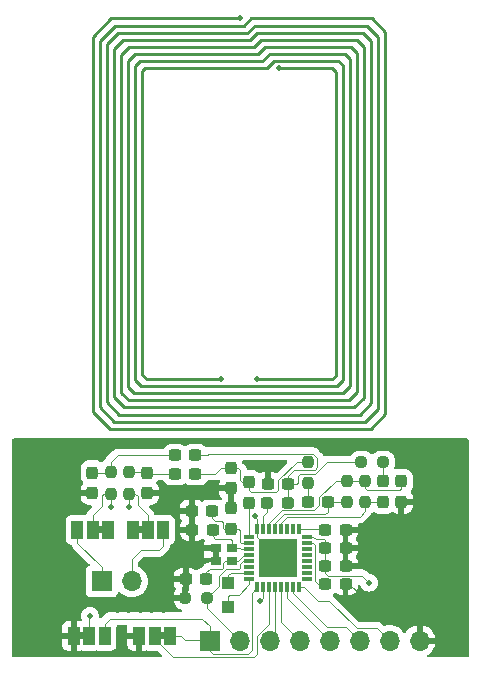
<source format=gtl>
G04 #@! TF.GenerationSoftware,KiCad,Pcbnew,7.0.9*
G04 #@! TF.CreationDate,2024-04-20T19:13:06+02:00*
G04 #@! TF.ProjectId,NFC_Programmer,4e46435f-5072-46f6-9772-616d6d65722e,3.0*
G04 #@! TF.SameCoordinates,Original*
G04 #@! TF.FileFunction,Copper,L1,Top*
G04 #@! TF.FilePolarity,Positive*
%FSLAX46Y46*%
G04 Gerber Fmt 4.6, Leading zero omitted, Abs format (unit mm)*
G04 Created by KiCad (PCBNEW 7.0.9) date 2024-04-20 19:13:06*
%MOMM*%
%LPD*%
G01*
G04 APERTURE LIST*
G04 Aperture macros list*
%AMRoundRect*
0 Rectangle with rounded corners*
0 $1 Rounding radius*
0 $2 $3 $4 $5 $6 $7 $8 $9 X,Y pos of 4 corners*
0 Add a 4 corners polygon primitive as box body*
4,1,4,$2,$3,$4,$5,$6,$7,$8,$9,$2,$3,0*
0 Add four circle primitives for the rounded corners*
1,1,$1+$1,$2,$3*
1,1,$1+$1,$4,$5*
1,1,$1+$1,$6,$7*
1,1,$1+$1,$8,$9*
0 Add four rect primitives between the rounded corners*
20,1,$1+$1,$2,$3,$4,$5,0*
20,1,$1+$1,$4,$5,$6,$7,0*
20,1,$1+$1,$6,$7,$8,$9,0*
20,1,$1+$1,$8,$9,$2,$3,0*%
G04 Aperture macros list end*
G04 #@! TA.AperFunction,SMDPad,CuDef*
%ADD10RoundRect,0.237500X-0.237500X0.250000X-0.237500X-0.250000X0.237500X-0.250000X0.237500X0.250000X0*%
G04 #@! TD*
G04 #@! TA.AperFunction,SMDPad,CuDef*
%ADD11RoundRect,0.237500X0.300000X0.237500X-0.300000X0.237500X-0.300000X-0.237500X0.300000X-0.237500X0*%
G04 #@! TD*
G04 #@! TA.AperFunction,SMDPad,CuDef*
%ADD12RoundRect,0.237500X0.237500X-0.250000X0.237500X0.250000X-0.237500X0.250000X-0.237500X-0.250000X0*%
G04 #@! TD*
G04 #@! TA.AperFunction,SMDPad,CuDef*
%ADD13R,1.000000X1.500000*%
G04 #@! TD*
G04 #@! TA.AperFunction,ComponentPad*
%ADD14R,1.700000X1.700000*%
G04 #@! TD*
G04 #@! TA.AperFunction,ComponentPad*
%ADD15O,1.700000X1.700000*%
G04 #@! TD*
G04 #@! TA.AperFunction,SMDPad,CuDef*
%ADD16R,1.000000X1.000000*%
G04 #@! TD*
G04 #@! TA.AperFunction,SMDPad,CuDef*
%ADD17RoundRect,0.237500X0.237500X-0.287500X0.237500X0.287500X-0.237500X0.287500X-0.237500X-0.287500X0*%
G04 #@! TD*
G04 #@! TA.AperFunction,SMDPad,CuDef*
%ADD18R,0.900000X0.800000*%
G04 #@! TD*
G04 #@! TA.AperFunction,SMDPad,CuDef*
%ADD19RoundRect,0.237500X0.237500X-0.300000X0.237500X0.300000X-0.237500X0.300000X-0.237500X-0.300000X0*%
G04 #@! TD*
G04 #@! TA.AperFunction,SMDPad,CuDef*
%ADD20RoundRect,0.237500X-0.237500X0.300000X-0.237500X-0.300000X0.237500X-0.300000X0.237500X0.300000X0*%
G04 #@! TD*
G04 #@! TA.AperFunction,SMDPad,CuDef*
%ADD21R,0.850000X0.300000*%
G04 #@! TD*
G04 #@! TA.AperFunction,SMDPad,CuDef*
%ADD22R,0.300000X0.850000*%
G04 #@! TD*
G04 #@! TA.AperFunction,SMDPad,CuDef*
%ADD23R,3.250000X3.250000*%
G04 #@! TD*
G04 #@! TA.AperFunction,SMDPad,CuDef*
%ADD24RoundRect,0.237500X-0.300000X-0.237500X0.300000X-0.237500X0.300000X0.237500X-0.300000X0.237500X0*%
G04 #@! TD*
G04 #@! TA.AperFunction,SMDPad,CuDef*
%ADD25RoundRect,0.237500X-0.250000X-0.237500X0.250000X-0.237500X0.250000X0.237500X-0.250000X0.237500X0*%
G04 #@! TD*
G04 #@! TA.AperFunction,SMDPad,CuDef*
%ADD26RoundRect,0.237500X-0.287500X-0.237500X0.287500X-0.237500X0.287500X0.237500X-0.287500X0.237500X0*%
G04 #@! TD*
G04 #@! TA.AperFunction,SMDPad,CuDef*
%ADD27RoundRect,0.237500X0.250000X0.237500X-0.250000X0.237500X-0.250000X-0.237500X0.250000X-0.237500X0*%
G04 #@! TD*
G04 #@! TA.AperFunction,ViaPad*
%ADD28C,0.360000*%
G04 #@! TD*
G04 #@! TA.AperFunction,ViaPad*
%ADD29C,0.500000*%
G04 #@! TD*
G04 #@! TA.AperFunction,Conductor*
%ADD30C,0.100000*%
G04 #@! TD*
G04 #@! TA.AperFunction,Conductor*
%ADD31C,0.250000*%
G04 #@! TD*
G04 APERTURE END LIST*
G04 #@! TA.AperFunction,EtchedComponent*
G36*
X132035000Y-99000000D02*
G01*
X131535000Y-99000000D01*
X131535000Y-98400000D01*
X132035000Y-98400000D01*
X132035000Y-99000000D01*
G37*
G04 #@! TD.AperFunction*
G04 #@! TA.AperFunction,EtchedComponent*
G36*
X128675000Y-98990000D02*
G01*
X128175000Y-98990000D01*
X128175000Y-98390000D01*
X128675000Y-98390000D01*
X128675000Y-98990000D01*
G37*
G04 #@! TD.AperFunction*
G04 #@! TA.AperFunction,EtchedComponent*
G36*
X133910000Y-107970000D02*
G01*
X133410000Y-107970000D01*
X133410000Y-107370000D01*
X133910000Y-107370000D01*
X133910000Y-107970000D01*
G37*
G04 #@! TD.AperFunction*
G04 #@! TA.AperFunction,EtchedComponent*
G36*
X127070000Y-107970000D02*
G01*
X126570000Y-107970000D01*
X126570000Y-107370000D01*
X127070000Y-107370000D01*
X127070000Y-107970000D01*
G37*
G04 #@! TD.AperFunction*
D10*
X150813750Y-94545000D03*
X150813750Y-96370000D03*
D11*
X147696750Y-96380000D03*
X145971750Y-96380000D03*
D12*
X145994250Y-94742500D03*
X145994250Y-92917500D03*
D13*
X131135000Y-98700000D03*
X132435000Y-98700000D03*
X133735000Y-98700000D03*
D11*
X137886750Y-97110000D03*
X136161750Y-97110000D03*
D14*
X128530000Y-103060000D03*
D15*
X131070000Y-103060000D03*
D16*
X139250000Y-105250000D03*
D17*
X140994250Y-96385000D03*
X140994250Y-94635000D03*
D11*
X136462500Y-93970000D03*
X134737500Y-93970000D03*
D18*
X139571750Y-100230000D03*
X138171750Y-100230000D03*
X138171750Y-101330000D03*
X139571750Y-101330000D03*
D19*
X139504250Y-98602500D03*
X139504250Y-96877500D03*
D20*
X139464250Y-93467500D03*
X139464250Y-95192500D03*
D21*
X145914250Y-102820000D03*
X145914250Y-102320000D03*
X145914250Y-101820000D03*
X145914250Y-101320000D03*
X145914250Y-100820000D03*
X145914250Y-100320000D03*
X145914250Y-99820000D03*
X145914250Y-99320000D03*
D22*
X145214250Y-98620000D03*
X144714250Y-98620000D03*
X144214250Y-98620000D03*
X143714250Y-98620000D03*
X143214250Y-98620000D03*
X142714250Y-98620000D03*
X142214250Y-98620000D03*
X141714250Y-98620000D03*
D21*
X141014250Y-99320000D03*
X141014250Y-99820000D03*
X141014250Y-100320000D03*
X141014250Y-100820000D03*
X141014250Y-101320000D03*
X141014250Y-101820000D03*
X141014250Y-102320000D03*
X141014250Y-102820000D03*
D22*
X141714250Y-103520000D03*
X142214250Y-103520000D03*
X142714250Y-103520000D03*
X143214250Y-103520000D03*
X143714250Y-103520000D03*
X144214250Y-103520000D03*
X144714250Y-103520000D03*
X145214250Y-103520000D03*
D23*
X143464250Y-101070000D03*
D14*
X137660000Y-108090000D03*
D15*
X140200000Y-108090000D03*
X142740000Y-108090000D03*
X145280000Y-108090000D03*
X147820000Y-108090000D03*
X150360000Y-108090000D03*
X152900000Y-108090000D03*
X155440000Y-108090000D03*
D10*
X130835000Y-93800000D03*
X130835000Y-95625000D03*
D19*
X152344250Y-96320000D03*
X152344250Y-94595000D03*
D11*
X136462500Y-92400000D03*
X134737500Y-92400000D03*
D24*
X147445000Y-98700000D03*
X149170000Y-98700000D03*
X147445000Y-100220000D03*
X149170000Y-100220000D03*
D12*
X149283250Y-96370000D03*
X149283250Y-94545000D03*
D20*
X153904250Y-94587500D03*
X153904250Y-96312500D03*
D24*
X147445000Y-101740000D03*
X149170000Y-101740000D03*
D16*
X139240000Y-103170000D03*
D10*
X129285000Y-93800000D03*
X129285000Y-95625000D03*
D25*
X150522500Y-92990000D03*
X152347500Y-92990000D03*
D20*
X132385000Y-93850000D03*
X132385000Y-95575000D03*
D19*
X127725000Y-95575000D03*
X127725000Y-93850000D03*
D11*
X137372500Y-102890000D03*
X135647500Y-102890000D03*
D26*
X142544250Y-96400000D03*
X144294250Y-96400000D03*
D27*
X137442500Y-104450000D03*
X135617500Y-104450000D03*
D13*
X129075000Y-98690000D03*
X127775000Y-98690000D03*
X126475000Y-98690000D03*
X134310000Y-107670000D03*
X133010000Y-107670000D03*
X131710000Y-107670000D03*
X126170000Y-107670000D03*
X127470000Y-107670000D03*
X128770000Y-107670000D03*
D24*
X142609250Y-94790000D03*
X144334250Y-94790000D03*
D11*
X137926750Y-98680000D03*
X136201750Y-98680000D03*
D24*
X147445000Y-103260000D03*
X149170000Y-103260000D03*
D28*
X159130000Y-95860000D03*
X129280000Y-104760237D03*
X157940000Y-91280000D03*
X131870000Y-105550000D03*
X124300000Y-91250000D03*
X125190000Y-98820000D03*
X127340000Y-91240000D03*
X131640000Y-109190000D03*
X157250000Y-91280000D03*
X129940000Y-105570000D03*
X135120000Y-99770000D03*
X121160000Y-98970000D03*
D29*
X134251582Y-95601582D03*
D28*
X126460000Y-94700000D03*
X144350000Y-91290000D03*
X159080000Y-104020000D03*
X155130000Y-94450000D03*
X129220000Y-91250000D03*
X125190000Y-98210000D03*
X134590000Y-100240000D03*
X148440000Y-92230000D03*
X123510000Y-109180000D03*
X150480000Y-99510000D03*
X154370000Y-97580000D03*
X132780000Y-101850237D03*
X123600000Y-91240000D03*
X133980000Y-97190000D03*
X159130000Y-96470000D03*
X121160000Y-92260000D03*
X152660000Y-97670000D03*
X134420000Y-102300000D03*
X154960000Y-93780000D03*
X121690000Y-109190000D03*
X121170000Y-91560000D03*
X141860000Y-91280000D03*
X121120000Y-108950000D03*
X148700000Y-91290000D03*
X158550000Y-91280000D03*
X125740000Y-97180000D03*
X124120000Y-109180000D03*
X121130000Y-106460000D03*
X137450000Y-95930000D03*
X159120000Y-92860000D03*
X127720000Y-104720000D03*
X143780000Y-91290000D03*
X124860000Y-108380000D03*
X148000000Y-91280000D03*
X121160000Y-92870000D03*
X151917606Y-102411550D03*
X122260000Y-109190000D03*
X152920000Y-91280000D03*
X147701096Y-92221952D03*
X149280000Y-92220000D03*
X159090000Y-99740000D03*
X139410000Y-91290000D03*
X128520000Y-109190000D03*
X159090000Y-101530000D03*
X132820000Y-105550000D03*
X133790000Y-101240000D03*
X151890000Y-97650000D03*
X159130000Y-95290000D03*
X130870000Y-105570000D03*
X134260000Y-103310000D03*
X128410000Y-104770000D03*
X127520000Y-92500000D03*
X159120000Y-98960000D03*
X126610000Y-96460000D03*
X158390000Y-109150000D03*
X121130000Y-104670000D03*
X132790000Y-103480237D03*
X152310000Y-91280000D03*
X126670000Y-92870000D03*
X126440000Y-93840000D03*
X140680000Y-91280000D03*
X156070000Y-91280000D03*
X136910000Y-99940000D03*
X150460000Y-100300000D03*
X140020000Y-91290000D03*
X153450000Y-97640000D03*
X134950000Y-98240000D03*
X151364342Y-91970000D03*
X135077887Y-95174346D03*
X155410000Y-91290000D03*
X159080000Y-107150000D03*
X159090000Y-105270000D03*
X126610000Y-109190000D03*
X136980000Y-95110000D03*
X128330000Y-92550000D03*
X150470000Y-98680000D03*
X134310000Y-104440000D03*
X121160000Y-94050000D03*
X121810000Y-91240000D03*
D29*
X142620000Y-93280000D03*
D28*
X131010000Y-91250000D03*
X149880000Y-91290000D03*
X125480000Y-91250000D03*
X126970000Y-102420237D03*
X127910000Y-91240000D03*
X151460000Y-104220000D03*
X124910000Y-107590000D03*
X132870000Y-104310237D03*
X129480000Y-109180000D03*
X150530000Y-100960000D03*
X134950000Y-96480000D03*
X136540000Y-95870000D03*
X153540000Y-92730000D03*
X130600000Y-109190000D03*
X121130000Y-105850000D03*
X155130000Y-95290000D03*
X131040000Y-104810237D03*
X125760000Y-106200000D03*
X159080000Y-107760000D03*
X124910000Y-106980000D03*
X126820000Y-103920000D03*
X124910000Y-106410000D03*
X133540000Y-91240000D03*
X159090000Y-104660000D03*
X152060000Y-103740000D03*
X128800000Y-105570000D03*
X125640000Y-109210000D03*
X121120000Y-107160000D03*
X122870000Y-109190000D03*
X121120000Y-108340000D03*
X127540000Y-109190000D03*
X135620000Y-95890000D03*
X134630000Y-105320000D03*
X132850000Y-91240000D03*
X159130000Y-94680000D03*
X121130000Y-100360000D03*
X152220000Y-103020000D03*
X121120000Y-102240000D03*
D29*
X137050000Y-101330000D03*
D28*
X121160000Y-93440000D03*
X151740000Y-91280000D03*
X125190000Y-99360000D03*
X121130000Y-101540000D03*
X159120000Y-93430000D03*
X159090000Y-100920000D03*
X126670000Y-97160000D03*
X128970000Y-92080000D03*
D29*
X150700000Y-104480000D03*
D28*
X159080000Y-108330000D03*
X122420000Y-91240000D03*
X159120000Y-97780000D03*
X126540000Y-105870000D03*
X121160000Y-98360000D03*
X133530000Y-96280000D03*
X159090000Y-106450000D03*
X121130000Y-105280000D03*
X121120000Y-104030000D03*
X146820000Y-91280000D03*
X130070000Y-104810237D03*
X159130000Y-91550000D03*
X132280000Y-91240000D03*
X136340000Y-101680000D03*
X130400000Y-91250000D03*
X128520000Y-91240000D03*
X125670000Y-100350000D03*
X159080000Y-108940000D03*
X159120000Y-97170000D03*
X133210000Y-96990000D03*
X142470000Y-91280000D03*
X154800000Y-91290000D03*
X147200000Y-91900000D03*
X122990000Y-91240000D03*
X125190000Y-99930000D03*
X145600000Y-91280000D03*
X151070000Y-98110000D03*
X149310000Y-91290000D03*
X121130000Y-99750000D03*
X124910000Y-91250000D03*
X152170000Y-91820000D03*
X157820000Y-109150000D03*
X154230000Y-91290000D03*
X151130000Y-91280000D03*
X134150000Y-91240000D03*
X159090000Y-105840000D03*
X129830000Y-91250000D03*
X146210000Y-91280000D03*
X137000000Y-100650000D03*
X134960000Y-99050000D03*
X159090000Y-100350000D03*
X131670000Y-91240000D03*
X126910000Y-101760000D03*
X136100000Y-95140000D03*
X132080000Y-104790237D03*
X126840000Y-103180000D03*
X126090000Y-91250000D03*
X159120000Y-98350000D03*
X147390000Y-91280000D03*
X121170000Y-95300000D03*
X126130000Y-100790000D03*
X134890000Y-97330000D03*
X136100000Y-99920000D03*
X121160000Y-97180000D03*
X126610000Y-101210000D03*
X121120000Y-107770000D03*
X121170000Y-95870000D03*
X149880000Y-91890000D03*
X144960000Y-91290000D03*
X121120000Y-102850000D03*
X151124464Y-102010199D03*
X159080000Y-102230000D03*
X121120000Y-103420000D03*
X143170000Y-91290000D03*
X124930000Y-109000000D03*
X159120000Y-94040000D03*
X134250000Y-100770000D03*
X121130000Y-100930000D03*
X153420000Y-92190000D03*
X155210000Y-96260000D03*
D29*
X137990000Y-95230000D03*
D28*
X121170000Y-96480000D03*
X150570000Y-101750000D03*
X156680000Y-91280000D03*
X125190000Y-97640000D03*
X135110000Y-101700000D03*
X126700000Y-105300000D03*
X159080000Y-102840000D03*
X154390000Y-93370000D03*
X153620000Y-91290000D03*
X159120000Y-92250000D03*
X150680000Y-105400000D03*
D29*
X125870000Y-95560000D03*
D28*
X121160000Y-97790000D03*
X121170000Y-94690000D03*
D29*
X141500000Y-97570000D03*
D28*
X127050000Y-104670000D03*
X155050000Y-97220000D03*
X128250000Y-105320000D03*
X159080000Y-103410000D03*
X141290000Y-91280000D03*
X153610000Y-93260000D03*
X133840000Y-105540000D03*
X133130000Y-101260000D03*
X152870000Y-91870000D03*
X150690000Y-91810000D03*
X150490000Y-91290000D03*
X132760000Y-102520237D03*
X126730000Y-91240000D03*
D29*
X151160000Y-103180000D03*
X127550000Y-105990000D03*
X141910000Y-104760000D03*
X143530000Y-59600000D03*
X140200000Y-55400000D03*
X130850000Y-96740000D03*
X141680000Y-85910000D03*
X138620000Y-85930000D03*
X129280000Y-96770000D03*
D30*
X146610000Y-99990750D02*
X146610000Y-103040000D01*
X146439250Y-99820000D02*
X146610000Y-99990750D01*
X146830000Y-103260000D02*
X147445000Y-103260000D01*
X146610000Y-103040000D02*
X146830000Y-103260000D01*
X145914250Y-99820000D02*
X146439250Y-99820000D01*
X134225000Y-95575000D02*
X134251582Y-95601582D01*
X142609250Y-94790000D02*
X142609250Y-93290750D01*
X138027500Y-95192500D02*
X137990000Y-95230000D01*
X125885000Y-95575000D02*
X125870000Y-95560000D01*
X139464250Y-95192500D02*
X138027500Y-95192500D01*
X134320000Y-104450000D02*
X134310000Y-104440000D01*
X135617500Y-104450000D02*
X134320000Y-104450000D01*
X142609250Y-93290750D02*
X142620000Y-93280000D01*
X143464250Y-101070000D02*
X141714250Y-99320000D01*
X149480000Y-103260000D02*
X150700000Y-104480000D01*
X149170000Y-103260000D02*
X149480000Y-103260000D01*
X141714250Y-97784250D02*
X141500000Y-97570000D01*
X132385000Y-95575000D02*
X134225000Y-95575000D01*
X127725000Y-95575000D02*
X125885000Y-95575000D01*
X141714250Y-98620000D02*
X141714250Y-97784250D01*
X141714250Y-99320000D02*
X141714250Y-98620000D01*
X137000000Y-101280000D02*
X137050000Y-101330000D01*
X138171750Y-101330000D02*
X137050000Y-101330000D01*
X147365000Y-98620000D02*
X147445000Y-98700000D01*
X145214250Y-98620000D02*
X147365000Y-98620000D01*
X139504250Y-98602500D02*
X140056750Y-98602500D01*
X138824250Y-98510000D02*
X138916750Y-98602500D01*
X137886750Y-97732500D02*
X138134250Y-97980000D01*
X140204250Y-98750000D02*
X140204250Y-99700000D01*
X137886750Y-97110000D02*
X137886750Y-97732500D01*
X138134250Y-97980000D02*
X138684250Y-97980000D01*
X138684250Y-97980000D02*
X138824250Y-98120000D01*
X140324250Y-99820000D02*
X141014250Y-99820000D01*
X140204250Y-99700000D02*
X140324250Y-99820000D01*
X138916750Y-98602500D02*
X139504250Y-98602500D01*
X140056750Y-98602500D02*
X140204250Y-98750000D01*
X138824250Y-98120000D02*
X138824250Y-98510000D01*
X140064250Y-101330000D02*
X139571750Y-101330000D01*
X138960000Y-101330000D02*
X139571750Y-101330000D01*
X141014250Y-100820000D02*
X140574250Y-100820000D01*
X138695750Y-102010000D02*
X138798750Y-101907000D01*
X138798750Y-101491250D02*
X138960000Y-101330000D01*
X137372500Y-102890000D02*
X137372500Y-102307500D01*
X140574250Y-100820000D02*
X140064250Y-101330000D01*
X137670000Y-102010000D02*
X138695750Y-102010000D01*
X138798750Y-101907000D02*
X138798750Y-101491250D01*
X137372500Y-102307500D02*
X137670000Y-102010000D01*
X143714250Y-98095000D02*
X144212250Y-97597000D01*
X150813750Y-97140500D02*
X150813750Y-96370000D01*
X150813750Y-96370000D02*
X152294250Y-96370000D01*
X144212250Y-97597000D02*
X150357250Y-97597000D01*
X150357250Y-97597000D02*
X150813750Y-97140500D01*
X143714250Y-98620000D02*
X143714250Y-98095000D01*
X152294250Y-96370000D02*
X152344250Y-96320000D01*
X152347500Y-94591750D02*
X152344250Y-94595000D01*
X152347500Y-92990000D02*
X152347500Y-94591750D01*
X145050000Y-94790000D02*
X144334250Y-94790000D01*
X136462500Y-92400000D02*
X137430000Y-92400000D01*
X144294250Y-94830000D02*
X144334250Y-94790000D01*
X145170000Y-94670000D02*
X145050000Y-94790000D01*
X146410022Y-92253000D02*
X146750000Y-92592978D01*
X145350000Y-94000000D02*
X145170000Y-94180000D01*
X146570000Y-94000000D02*
X145350000Y-94000000D01*
X150522500Y-92990000D02*
X147580000Y-92990000D01*
X144334250Y-94135750D02*
X144334250Y-94790000D01*
X145170000Y-94180000D02*
X145170000Y-94670000D01*
X137577000Y-92253000D02*
X146410022Y-92253000D01*
X146750000Y-93420000D02*
X146550000Y-93620000D01*
X137430000Y-92400000D02*
X137577000Y-92253000D01*
X144294250Y-96400000D02*
X144294250Y-94830000D01*
X146750000Y-92592978D02*
X146750000Y-93420000D01*
X147580000Y-92990000D02*
X146570000Y-94000000D01*
X144850000Y-93620000D02*
X144334250Y-94135750D01*
X146550000Y-93620000D02*
X144850000Y-93620000D01*
X140994250Y-95284250D02*
X140994250Y-94635000D01*
X145076478Y-92917500D02*
X143480000Y-94513978D01*
X140067500Y-93467500D02*
X140270000Y-93670000D01*
X143480000Y-94513978D02*
X143480000Y-95290000D01*
X143280000Y-95490000D02*
X141200000Y-95490000D01*
X139464250Y-93467500D02*
X140067500Y-93467500D01*
X140445000Y-94635000D02*
X140994250Y-94635000D01*
X145994250Y-92917500D02*
X145076478Y-92917500D01*
X143480000Y-95290000D02*
X143280000Y-95490000D01*
X136462500Y-93970000D02*
X138120000Y-93970000D01*
X140270000Y-94460000D02*
X140445000Y-94635000D01*
X140270000Y-93670000D02*
X140270000Y-94460000D01*
X141200000Y-95490000D02*
X140994250Y-95284250D01*
X138120000Y-93970000D02*
X138622500Y-93467500D01*
X138622500Y-93467500D02*
X139464250Y-93467500D01*
X130835000Y-93800000D02*
X132335000Y-93800000D01*
X132505000Y-93970000D02*
X132385000Y-93850000D01*
X134737500Y-93970000D02*
X132505000Y-93970000D01*
X132335000Y-93800000D02*
X132385000Y-93850000D01*
X127725000Y-93850000D02*
X129235000Y-93850000D01*
X129235000Y-93850000D02*
X129285000Y-93800000D01*
X129870000Y-92400000D02*
X129285000Y-92985000D01*
X129285000Y-92985000D02*
X129285000Y-93800000D01*
X134737500Y-92400000D02*
X129870000Y-92400000D01*
X153904250Y-95145750D02*
X153740500Y-95309500D01*
X143757250Y-97052000D02*
X146532250Y-97052000D01*
X150979500Y-95309500D02*
X150813750Y-95143750D01*
X150813750Y-95143750D02*
X150813750Y-94545000D01*
X146532250Y-97052000D02*
X146954250Y-96630000D01*
X153740500Y-95309500D02*
X150979500Y-95309500D01*
X142714250Y-98095000D02*
X143757250Y-97052000D01*
X149283250Y-94545000D02*
X150813750Y-94545000D01*
X148369250Y-94545000D02*
X149283250Y-94545000D01*
X146954250Y-96630000D02*
X146954250Y-95960000D01*
X153904250Y-94587500D02*
X153904250Y-95145750D01*
X146954250Y-95960000D02*
X148369250Y-94545000D01*
X142714250Y-98620000D02*
X142714250Y-98095000D01*
X143939250Y-97370000D02*
X147474250Y-97370000D01*
X143214250Y-98620000D02*
X143214250Y-98095000D01*
X149273250Y-96380000D02*
X149283250Y-96370000D01*
X143214250Y-98095000D02*
X143939250Y-97370000D01*
X147474250Y-97370000D02*
X147696750Y-97147500D01*
X147696750Y-97147500D02*
X147696750Y-96380000D01*
X147696750Y-96380000D02*
X149273250Y-96380000D01*
X145971750Y-94765000D02*
X145994250Y-94742500D01*
X145971750Y-96380000D02*
X145971750Y-94765000D01*
X140994250Y-99300000D02*
X141014250Y-99320000D01*
X140994250Y-96385000D02*
X140994250Y-99300000D01*
X142214250Y-98620000D02*
X142214250Y-97510000D01*
X142544250Y-97180000D02*
X142544250Y-96400000D01*
X142214250Y-97510000D02*
X142544250Y-97180000D01*
X139440000Y-102320000D02*
X139240000Y-102520000D01*
X139240000Y-102520000D02*
X139240000Y-103170000D01*
X141014250Y-102320000D02*
X139440000Y-102320000D01*
X144214250Y-104484250D02*
X147820000Y-108090000D01*
X144214250Y-103520000D02*
X144214250Y-104484250D01*
X145214250Y-103520000D02*
X145639763Y-103520000D01*
X147744965Y-104690237D02*
X150104965Y-107050237D01*
X145639763Y-103520000D02*
X146810000Y-104690237D01*
X146810000Y-104690237D02*
X147744965Y-104690237D01*
X150104965Y-107050237D02*
X151860237Y-107050237D01*
X151860237Y-107050237D02*
X152900000Y-108090000D01*
X144714250Y-103520000D02*
X144714250Y-104045000D01*
X149220237Y-106950237D02*
X150360000Y-108090000D01*
X147619487Y-106950237D02*
X149220237Y-106950237D01*
X144714250Y-104045000D02*
X147619487Y-106950237D01*
X140115750Y-101990000D02*
X140198750Y-101907000D01*
X138430000Y-102626000D02*
X139066000Y-101990000D01*
X138430000Y-103462500D02*
X138430000Y-102626000D01*
X137442500Y-105332500D02*
X140200000Y-108090000D01*
X140198750Y-101907000D02*
X140198750Y-101631250D01*
X137442500Y-104450000D02*
X137442500Y-105332500D01*
X137442500Y-104450000D02*
X138430000Y-103462500D01*
X139066000Y-101990000D02*
X140115750Y-101990000D01*
X140198750Y-101631250D02*
X140510000Y-101320000D01*
X140510000Y-101320000D02*
X141014250Y-101320000D01*
X137660000Y-106880237D02*
X137660000Y-108090000D01*
X145914250Y-99320000D02*
X146439250Y-99320000D01*
X137580237Y-108010237D02*
X137660000Y-108090000D01*
X147445000Y-101740000D02*
X147445000Y-102365000D01*
X136990000Y-106210237D02*
X137660000Y-106880237D01*
X128770000Y-107670000D02*
X128770000Y-106680237D01*
X147380000Y-99510000D02*
X147445000Y-99575000D01*
X137660000Y-108940237D02*
X137660000Y-108090000D01*
X135219763Y-107670000D02*
X135560000Y-108010237D01*
X141714250Y-103520000D02*
X141227000Y-104007250D01*
X141227000Y-108863237D02*
X140880000Y-109210237D01*
X151170000Y-103220000D02*
X151170000Y-103190000D01*
X140880000Y-109210237D02*
X137930000Y-109210237D01*
X147445000Y-99575000D02*
X147445000Y-100220000D01*
X135560000Y-108010237D02*
X137580237Y-108010237D01*
X129240000Y-106210237D02*
X136990000Y-106210237D01*
X137930000Y-109210237D02*
X137660000Y-108940237D01*
X147688000Y-102608000D02*
X150558000Y-102608000D01*
X147445000Y-102365000D02*
X147688000Y-102608000D01*
X146629250Y-99510000D02*
X147380000Y-99510000D01*
X128770000Y-106680237D02*
X129240000Y-106210237D01*
X150558000Y-102608000D02*
X151170000Y-103220000D01*
X134310000Y-107670000D02*
X135219763Y-107670000D01*
X141227000Y-104007250D02*
X141227000Y-108863237D01*
X147445000Y-100220000D02*
X147445000Y-101740000D01*
X146439250Y-99320000D02*
X146629250Y-99510000D01*
X143714250Y-103520000D02*
X143714250Y-106524250D01*
X143714250Y-106524250D02*
X145280000Y-108090000D01*
X142740000Y-108090000D02*
X143214250Y-107615750D01*
X143214250Y-107615750D02*
X143214250Y-103520000D01*
X140354250Y-100320000D02*
X141014249Y-100320000D01*
X137926750Y-98680000D02*
X137926750Y-99262500D01*
X138154250Y-99490000D02*
X139454250Y-99490000D01*
X139584250Y-99620000D02*
X139571750Y-99632500D01*
X137926750Y-99262500D02*
X138154250Y-99490000D01*
X139571750Y-99632500D02*
X139571750Y-100230000D01*
X140244250Y-100230000D02*
X140344250Y-100330000D01*
X139454250Y-99490000D02*
X139584250Y-99620000D01*
X139571750Y-100230000D02*
X140244250Y-100230000D01*
X140344250Y-100330000D02*
X140354250Y-100320000D01*
X127470000Y-106070000D02*
X127470000Y-107670000D01*
X142214250Y-103520000D02*
X142214250Y-104455750D01*
X142214250Y-104455750D02*
X141910000Y-104760000D01*
X127550000Y-105990000D02*
X127470000Y-106070000D01*
X133010000Y-107920000D02*
X134527236Y-109437236D01*
X141432764Y-109437236D02*
X141650000Y-109220000D01*
X133010000Y-107670000D02*
X133010000Y-107920000D01*
X134527236Y-109437236D02*
X141432764Y-109437236D01*
X141650000Y-109220000D02*
X141650000Y-107727602D01*
X142714250Y-106663352D02*
X142714250Y-103520000D01*
X141650000Y-107727602D02*
X142714250Y-106663352D01*
X133340000Y-100430000D02*
X131850000Y-100430000D01*
X131070000Y-101210000D02*
X131070000Y-103060000D01*
X131070000Y-103060000D02*
X130530000Y-103060000D01*
X133735000Y-100035000D02*
X133340000Y-100430000D01*
X133735000Y-98700000D02*
X133735000Y-100035000D01*
X131850000Y-100430000D02*
X131070000Y-101210000D01*
D31*
X141700000Y-85930000D02*
X141680000Y-85910000D01*
X148940000Y-86000000D02*
X148940000Y-59380000D01*
D30*
X132435000Y-97435000D02*
X132435000Y-98700000D01*
D31*
X128970000Y-87880000D02*
X130030000Y-88940000D01*
X142520000Y-59620000D02*
X132200000Y-59620000D01*
X132350000Y-85930000D02*
X138620000Y-85930000D01*
X143530000Y-59600000D02*
X148040000Y-59600000D01*
X150110000Y-57200000D02*
X142020000Y-57200000D01*
X140200000Y-55400000D02*
X129320000Y-55400000D01*
D30*
X129285000Y-95625000D02*
X129285000Y-96765000D01*
D31*
X131370000Y-86050000D02*
X131850000Y-86530000D01*
X128370000Y-57270000D02*
X128370000Y-88330000D01*
D30*
X130835000Y-95625000D02*
X130835000Y-96725000D01*
X128715000Y-95625000D02*
X128590000Y-95750000D01*
D31*
X150740000Y-87530000D02*
X150740000Y-57830000D01*
X142760000Y-58400000D02*
X142140000Y-59020000D01*
X142020000Y-57200000D02*
X141405000Y-57815000D01*
D30*
X130835000Y-95625000D02*
X131375000Y-95625000D01*
D31*
X148410000Y-86530000D02*
X148940000Y-86000000D01*
D30*
X131590000Y-96590000D02*
X132435000Y-97435000D01*
D31*
X151940000Y-88430000D02*
X151940000Y-56950000D01*
X131850000Y-86530000D02*
X148410000Y-86530000D01*
X141730000Y-58420000D02*
X131340000Y-58420000D01*
X150390000Y-88940000D02*
X151340000Y-87990000D01*
X130770000Y-58990000D02*
X130770000Y-86630000D01*
D30*
X129285000Y-96765000D02*
X129280000Y-96770000D01*
D31*
X148040000Y-59600000D02*
X148340000Y-59900000D01*
X151400000Y-55400000D02*
X141200000Y-55400000D01*
X129640000Y-56000000D02*
X128370000Y-57270000D01*
X141405000Y-57815000D02*
X130875000Y-57815000D01*
X151340000Y-57310000D02*
X150630000Y-56600000D01*
D30*
X131375000Y-95625000D02*
X131590000Y-95840000D01*
D31*
X148950000Y-87130000D02*
X149540000Y-86540000D01*
X129190000Y-90140000D02*
X151290000Y-90140000D01*
X143140000Y-59000000D02*
X142520000Y-59620000D01*
X131340000Y-58420000D02*
X130770000Y-58990000D01*
X128370000Y-88330000D02*
X129580000Y-89540000D01*
X141200000Y-55400000D02*
X140600000Y-56000000D01*
X149640000Y-57800000D02*
X142350000Y-57800000D01*
X131780000Y-59020000D02*
X131370000Y-59430000D01*
X131370000Y-59430000D02*
X131370000Y-86050000D01*
X129940000Y-56610000D02*
X128970000Y-57580000D01*
X129570000Y-58000000D02*
X129570000Y-87460000D01*
X150140000Y-87020000D02*
X150140000Y-58300000D01*
X130170000Y-87080000D02*
X130820000Y-87730000D01*
X148340000Y-85640000D02*
X148050000Y-85930000D01*
D30*
X128590000Y-95750000D02*
X128590000Y-96670000D01*
D31*
X150990000Y-56000000D02*
X141470000Y-56000000D01*
X131970000Y-59850000D02*
X131970000Y-85550000D01*
X151290000Y-90140000D02*
X152540000Y-88890000D01*
X142350000Y-57800000D02*
X141730000Y-58420000D01*
X148560000Y-59000000D02*
X143140000Y-59000000D01*
X150740000Y-57830000D02*
X150110000Y-57200000D01*
X130030000Y-88940000D02*
X150390000Y-88940000D01*
X148050000Y-85930000D02*
X141700000Y-85930000D01*
X140860000Y-56610000D02*
X129940000Y-56610000D01*
D30*
X129285000Y-95625000D02*
X128715000Y-95625000D01*
D31*
X152540000Y-56540000D02*
X151400000Y-55400000D01*
X129570000Y-87460000D02*
X130450000Y-88340000D01*
X140600000Y-56000000D02*
X129640000Y-56000000D01*
X150630000Y-56600000D02*
X141710000Y-56600000D01*
X141470000Y-56000000D02*
X140860000Y-56610000D01*
X130170000Y-58520000D02*
X130170000Y-87080000D01*
X141100000Y-57210000D02*
X130360000Y-57210000D01*
X131270000Y-87130000D02*
X148950000Y-87130000D01*
X127770000Y-88720000D02*
X129190000Y-90140000D01*
X149540000Y-58850000D02*
X149090000Y-58400000D01*
X128970000Y-57580000D02*
X128970000Y-87880000D01*
X142140000Y-59020000D02*
X131780000Y-59020000D01*
X149090000Y-58400000D02*
X142760000Y-58400000D01*
X130450000Y-88340000D02*
X149930000Y-88340000D01*
X131970000Y-85550000D02*
X132350000Y-85930000D01*
X149540000Y-86540000D02*
X149540000Y-58850000D01*
X149930000Y-88340000D02*
X150740000Y-87530000D01*
X152540000Y-88890000D02*
X152540000Y-56540000D01*
X130820000Y-87730000D02*
X149430000Y-87730000D01*
X130360000Y-57210000D02*
X129570000Y-58000000D01*
D30*
X128590000Y-96670000D02*
X127775000Y-97485000D01*
D31*
X129580000Y-89540000D02*
X150830000Y-89540000D01*
X130770000Y-86630000D02*
X131270000Y-87130000D01*
X132200000Y-59620000D02*
X131970000Y-59850000D01*
X150830000Y-89540000D02*
X151940000Y-88430000D01*
X148940000Y-59380000D02*
X148560000Y-59000000D01*
X130875000Y-57815000D02*
X130170000Y-58520000D01*
X148340000Y-59900000D02*
X148340000Y-85640000D01*
X149430000Y-87730000D02*
X150140000Y-87020000D01*
X151940000Y-56950000D02*
X150990000Y-56000000D01*
X129320000Y-55400000D02*
X127770000Y-56950000D01*
X150140000Y-58300000D02*
X149640000Y-57800000D01*
X127770000Y-56950000D02*
X127770000Y-88720000D01*
D30*
X131590000Y-95840000D02*
X131590000Y-96590000D01*
D31*
X141710000Y-56600000D02*
X141100000Y-57210000D01*
D30*
X127775000Y-97485000D02*
X127775000Y-98690000D01*
D31*
X151340000Y-87990000D02*
X151340000Y-57310000D01*
D30*
X130835000Y-96725000D02*
X130850000Y-96740000D01*
X126475000Y-99775000D02*
X128530000Y-101830000D01*
X128530000Y-101830000D02*
X128530000Y-103060000D01*
X126475000Y-98690000D02*
X126475000Y-99775000D01*
X140140000Y-104190000D02*
X139370000Y-104190000D01*
X139250000Y-104310000D02*
X139250000Y-105250000D01*
X141014250Y-102820000D02*
X141014250Y-103315750D01*
X141014250Y-103315750D02*
X140140000Y-104190000D01*
X139370000Y-104190000D02*
X139250000Y-104310000D01*
G04 #@! TA.AperFunction,Conductor*
G36*
X159527539Y-90979685D02*
G01*
X159573294Y-91032489D01*
X159584500Y-91084000D01*
X159584500Y-109370737D01*
X159564815Y-109437776D01*
X159512011Y-109483531D01*
X159460500Y-109494737D01*
X156180012Y-109494737D01*
X156112973Y-109475052D01*
X156067218Y-109422248D01*
X156057274Y-109353090D01*
X156086299Y-109289534D01*
X156113439Y-109267126D01*
X156113144Y-109266705D01*
X156311082Y-109128105D01*
X156478105Y-108961082D01*
X156613600Y-108767578D01*
X156713429Y-108553492D01*
X156713432Y-108553486D01*
X156770636Y-108340000D01*
X155873686Y-108340000D01*
X155899493Y-108299844D01*
X155940000Y-108161889D01*
X155940000Y-108018111D01*
X155899493Y-107880156D01*
X155873686Y-107840000D01*
X156770636Y-107840000D01*
X156770635Y-107839999D01*
X156713432Y-107626513D01*
X156713429Y-107626507D01*
X156613600Y-107412422D01*
X156613599Y-107412420D01*
X156478113Y-107218926D01*
X156478108Y-107218920D01*
X156311082Y-107051894D01*
X156117578Y-106916399D01*
X155903492Y-106816570D01*
X155903486Y-106816567D01*
X155690000Y-106759364D01*
X155690000Y-107654498D01*
X155582315Y-107605320D01*
X155475763Y-107590000D01*
X155404237Y-107590000D01*
X155297685Y-107605320D01*
X155190000Y-107654498D01*
X155190000Y-106759364D01*
X155189999Y-106759364D01*
X154976513Y-106816567D01*
X154976507Y-106816570D01*
X154762422Y-106916399D01*
X154762420Y-106916400D01*
X154568926Y-107051886D01*
X154568920Y-107051891D01*
X154401891Y-107218920D01*
X154401890Y-107218922D01*
X154271880Y-107404595D01*
X154217303Y-107448219D01*
X154147804Y-107455412D01*
X154085450Y-107423890D01*
X154068730Y-107404594D01*
X153938494Y-107218597D01*
X153771402Y-107051506D01*
X153771395Y-107051501D01*
X153577834Y-106915967D01*
X153577830Y-106915965D01*
X153363663Y-106816097D01*
X153363659Y-106816096D01*
X153363655Y-106816094D01*
X153135413Y-106754938D01*
X153135403Y-106754936D01*
X152900001Y-106734341D01*
X152899999Y-106734341D01*
X152664596Y-106754936D01*
X152664586Y-106754938D01*
X152480475Y-106804270D01*
X152410625Y-106802607D01*
X152360701Y-106772176D01*
X152256143Y-106667618D01*
X152252168Y-106663362D01*
X152210917Y-106619193D01*
X152173642Y-106596525D01*
X152173098Y-106596194D01*
X152167847Y-106592620D01*
X152132578Y-106565875D01*
X152132579Y-106565875D01*
X152115879Y-106559289D01*
X152096953Y-106549889D01*
X152081617Y-106540564D01*
X152038995Y-106528621D01*
X152032977Y-106526597D01*
X151991802Y-106510361D01*
X151991793Y-106510359D01*
X151973953Y-106508525D01*
X151953188Y-106504579D01*
X151935906Y-106499737D01*
X151935902Y-106499737D01*
X151891643Y-106499737D01*
X151885301Y-106499412D01*
X151857664Y-106496570D01*
X151841266Y-106494885D01*
X151841261Y-106494885D01*
X151823581Y-106497934D01*
X151802513Y-106499737D01*
X150384352Y-106499737D01*
X150317313Y-106480052D01*
X150296671Y-106463418D01*
X148140871Y-104307618D01*
X148139550Y-104306204D01*
X148133302Y-104299514D01*
X148101933Y-104237086D01*
X148109293Y-104167605D01*
X148153050Y-104113134D01*
X148158816Y-104109350D01*
X148205850Y-104080340D01*
X148220171Y-104066018D01*
X148281489Y-104032533D01*
X148351181Y-104037514D01*
X148395534Y-104066017D01*
X148409461Y-104079944D01*
X148409465Y-104079947D01*
X148556188Y-104170448D01*
X148556199Y-104170453D01*
X148719847Y-104224680D01*
X148820851Y-104234999D01*
X148920000Y-104234998D01*
X148920000Y-103282500D01*
X148939685Y-103215461D01*
X148992489Y-103169706D01*
X149044000Y-103158500D01*
X149296000Y-103158500D01*
X149363039Y-103178185D01*
X149408794Y-103230989D01*
X149420000Y-103282500D01*
X149420000Y-104234999D01*
X149519140Y-104234999D01*
X149519154Y-104234998D01*
X149620152Y-104224680D01*
X149783800Y-104170453D01*
X149783811Y-104170448D01*
X149930534Y-104079947D01*
X149930538Y-104079944D01*
X150052444Y-103958038D01*
X150052447Y-103958034D01*
X150142948Y-103811311D01*
X150142953Y-103811300D01*
X150197180Y-103647652D01*
X150207499Y-103546654D01*
X150207499Y-103460045D01*
X150227183Y-103393006D01*
X150279986Y-103347250D01*
X150349145Y-103337306D01*
X150412701Y-103366330D01*
X150448540Y-103419089D01*
X150479542Y-103507686D01*
X150479547Y-103507697D01*
X150569518Y-103650884D01*
X150569523Y-103650890D01*
X150689109Y-103770476D01*
X150689115Y-103770481D01*
X150832302Y-103860452D01*
X150832305Y-103860454D01*
X150832309Y-103860455D01*
X150832310Y-103860456D01*
X150904913Y-103885860D01*
X150991943Y-103916314D01*
X151159997Y-103935249D01*
X151160000Y-103935249D01*
X151160003Y-103935249D01*
X151328056Y-103916314D01*
X151378397Y-103898699D01*
X151487690Y-103860456D01*
X151487692Y-103860454D01*
X151487694Y-103860454D01*
X151487697Y-103860452D01*
X151630884Y-103770481D01*
X151630885Y-103770480D01*
X151630890Y-103770477D01*
X151750477Y-103650890D01*
X151752512Y-103647652D01*
X151840452Y-103507697D01*
X151840454Y-103507694D01*
X151840454Y-103507692D01*
X151840456Y-103507690D01*
X151896313Y-103348059D01*
X151896313Y-103348058D01*
X151896314Y-103348056D01*
X151915249Y-103180002D01*
X151915249Y-103179997D01*
X151896314Y-103011943D01*
X151840454Y-102852305D01*
X151840452Y-102852302D01*
X151750481Y-102709115D01*
X151750476Y-102709109D01*
X151630890Y-102589523D01*
X151630884Y-102589518D01*
X151487697Y-102499547D01*
X151487694Y-102499545D01*
X151328055Y-102443685D01*
X151195539Y-102428755D01*
X151131125Y-102401689D01*
X151121741Y-102393216D01*
X150953906Y-102225381D01*
X150922697Y-102191965D01*
X150908680Y-102176956D01*
X150896264Y-102169405D01*
X150870861Y-102153957D01*
X150865610Y-102150383D01*
X150830341Y-102123638D01*
X150830342Y-102123638D01*
X150813642Y-102117052D01*
X150794716Y-102107652D01*
X150779380Y-102098327D01*
X150736758Y-102086384D01*
X150730740Y-102084360D01*
X150689565Y-102068124D01*
X150689556Y-102068122D01*
X150671716Y-102066288D01*
X150650951Y-102062342D01*
X150633669Y-102057500D01*
X150633665Y-102057500D01*
X150589406Y-102057500D01*
X150583064Y-102057175D01*
X150555427Y-102054333D01*
X150539029Y-102052648D01*
X150539024Y-102052648D01*
X150521344Y-102055697D01*
X150500276Y-102057500D01*
X150326362Y-102057500D01*
X150259323Y-102037815D01*
X150238681Y-102021181D01*
X150207500Y-101990000D01*
X149420000Y-101990000D01*
X149388819Y-102021181D01*
X149327496Y-102054666D01*
X149301138Y-102057500D01*
X149044000Y-102057500D01*
X148976961Y-102037815D01*
X148931206Y-101985011D01*
X148920000Y-101933500D01*
X148920000Y-100470000D01*
X149420000Y-100470000D01*
X149420000Y-101490000D01*
X150207499Y-101490000D01*
X150207499Y-101453360D01*
X150207498Y-101453345D01*
X150197180Y-101352347D01*
X150142953Y-101188699D01*
X150142948Y-101188688D01*
X150054379Y-101045097D01*
X150035938Y-100977705D01*
X150054379Y-100914903D01*
X150142948Y-100771311D01*
X150142953Y-100771300D01*
X150197180Y-100607652D01*
X150207499Y-100506654D01*
X150207500Y-100506641D01*
X150207500Y-100470000D01*
X149420000Y-100470000D01*
X148920000Y-100470000D01*
X148920000Y-98950000D01*
X149420000Y-98950000D01*
X149420000Y-99970000D01*
X150207499Y-99970000D01*
X150207499Y-99933360D01*
X150207498Y-99933345D01*
X150197180Y-99832347D01*
X150142953Y-99668699D01*
X150142948Y-99668688D01*
X150054379Y-99525097D01*
X150035938Y-99457705D01*
X150054379Y-99394903D01*
X150142948Y-99251311D01*
X150142953Y-99251300D01*
X150197180Y-99087652D01*
X150207499Y-98986654D01*
X150207500Y-98986641D01*
X150207500Y-98950000D01*
X149420000Y-98950000D01*
X148920000Y-98950000D01*
X148920000Y-98574000D01*
X148939685Y-98506961D01*
X148992489Y-98461206D01*
X149044000Y-98450000D01*
X150207499Y-98450000D01*
X150207499Y-98413360D01*
X150207498Y-98413345D01*
X150197180Y-98312346D01*
X150196570Y-98310503D01*
X150196528Y-98309297D01*
X150195764Y-98305726D01*
X150196401Y-98305589D01*
X150194169Y-98240675D01*
X150229901Y-98180633D01*
X150292421Y-98149441D01*
X150314276Y-98147500D01*
X150347853Y-98147500D01*
X150414076Y-98149762D01*
X150457082Y-98139280D01*
X150463301Y-98138098D01*
X150507170Y-98132070D01*
X150523633Y-98124918D01*
X150543666Y-98118181D01*
X150561102Y-98113933D01*
X150599715Y-98092221D01*
X150605340Y-98089427D01*
X150645970Y-98071780D01*
X150659882Y-98060460D01*
X150677373Y-98048557D01*
X150693005Y-98039768D01*
X150693003Y-98039768D01*
X150693009Y-98039766D01*
X150724309Y-98008464D01*
X150729019Y-98004213D01*
X150763358Y-97976278D01*
X150773706Y-97961616D01*
X150787324Y-97945449D01*
X151196353Y-97536420D01*
X151244794Y-97491180D01*
X151265738Y-97456738D01*
X151267789Y-97453366D01*
X151271364Y-97448112D01*
X151273035Y-97445909D01*
X151298111Y-97412843D01*
X151304693Y-97396150D01*
X151314098Y-97377213D01*
X151323422Y-97361882D01*
X151324802Y-97356953D01*
X151361844Y-97297712D01*
X151379100Y-97284874D01*
X151512100Y-97202840D01*
X151512102Y-97202837D01*
X151513903Y-97201727D01*
X151581296Y-97183287D01*
X151644097Y-97201727D01*
X151645897Y-97202837D01*
X151645900Y-97202840D01*
X151792734Y-97293408D01*
X151956497Y-97347674D01*
X152057573Y-97358000D01*
X152630926Y-97357999D01*
X152630934Y-97357998D01*
X152630937Y-97357998D01*
X152709252Y-97349998D01*
X152732003Y-97347674D01*
X152895766Y-97293408D01*
X153042600Y-97202840D01*
X153042602Y-97202837D01*
X153042605Y-97202836D01*
X153048268Y-97198359D01*
X153049380Y-97199766D01*
X153102531Y-97170734D01*
X153172223Y-97175709D01*
X153199955Y-97191331D01*
X153200065Y-97191154D01*
X153204530Y-97193908D01*
X153205824Y-97194637D01*
X153206221Y-97194951D01*
X153352938Y-97285448D01*
X153352949Y-97285453D01*
X153516597Y-97339680D01*
X153617602Y-97349999D01*
X153654250Y-97349999D01*
X153654250Y-96562500D01*
X154154250Y-96562500D01*
X154154250Y-97349999D01*
X154190890Y-97349999D01*
X154190904Y-97349998D01*
X154291902Y-97339680D01*
X154455550Y-97285453D01*
X154455561Y-97285448D01*
X154602284Y-97194947D01*
X154602288Y-97194944D01*
X154724194Y-97073038D01*
X154724197Y-97073034D01*
X154814698Y-96926311D01*
X154814703Y-96926300D01*
X154868930Y-96762652D01*
X154879249Y-96661654D01*
X154879250Y-96661641D01*
X154879250Y-96562500D01*
X154154250Y-96562500D01*
X153654250Y-96562500D01*
X153654250Y-96186500D01*
X153673935Y-96119461D01*
X153726739Y-96073706D01*
X153778250Y-96062500D01*
X154879249Y-96062500D01*
X154879249Y-95963360D01*
X154879248Y-95963345D01*
X154868930Y-95862347D01*
X154814703Y-95698699D01*
X154814698Y-95698688D01*
X154724197Y-95551965D01*
X154724194Y-95551961D01*
X154710267Y-95538034D01*
X154676782Y-95476711D01*
X154681766Y-95407019D01*
X154710267Y-95362672D01*
X154724590Y-95348350D01*
X154815158Y-95201516D01*
X154869424Y-95037753D01*
X154879750Y-94936677D01*
X154879749Y-94238324D01*
X154876225Y-94203830D01*
X154869424Y-94137247D01*
X154847213Y-94070220D01*
X154815158Y-93973484D01*
X154724590Y-93826650D01*
X154602600Y-93704660D01*
X154490563Y-93635555D01*
X154455768Y-93614093D01*
X154455763Y-93614091D01*
X154441908Y-93609500D01*
X154292003Y-93559826D01*
X154292001Y-93559825D01*
X154190928Y-93549500D01*
X153617580Y-93549500D01*
X153617562Y-93549501D01*
X153516497Y-93559825D01*
X153516494Y-93559826D01*
X153468172Y-93575839D01*
X153398343Y-93578241D01*
X153338302Y-93542509D01*
X153307109Y-93479989D01*
X153311462Y-93419130D01*
X153325174Y-93377753D01*
X153335500Y-93276677D01*
X153335499Y-92703324D01*
X153332313Y-92672139D01*
X153325174Y-92602247D01*
X153290072Y-92496318D01*
X153270908Y-92438484D01*
X153180340Y-92291650D01*
X153058350Y-92169660D01*
X152911516Y-92079092D01*
X152747753Y-92024826D01*
X152747751Y-92024825D01*
X152646678Y-92014500D01*
X152048330Y-92014500D01*
X152048312Y-92014501D01*
X151947247Y-92024825D01*
X151783484Y-92079092D01*
X151783481Y-92079093D01*
X151636648Y-92169661D01*
X151522681Y-92283629D01*
X151461358Y-92317114D01*
X151391666Y-92312130D01*
X151347319Y-92283629D01*
X151233351Y-92169661D01*
X151233350Y-92169660D01*
X151086516Y-92079092D01*
X150922753Y-92024826D01*
X150922751Y-92024825D01*
X150821678Y-92014500D01*
X150223330Y-92014500D01*
X150223312Y-92014501D01*
X150122247Y-92024825D01*
X149958484Y-92079092D01*
X149958481Y-92079093D01*
X149811648Y-92169661D01*
X149689659Y-92291650D01*
X149634798Y-92380596D01*
X149582850Y-92427321D01*
X149529259Y-92439500D01*
X147589415Y-92439500D01*
X147523175Y-92437237D01*
X147523174Y-92437237D01*
X147480165Y-92447717D01*
X147473931Y-92448902D01*
X147430078Y-92454930D01*
X147421913Y-92457218D01*
X147421523Y-92455828D01*
X147361294Y-92463343D01*
X147298291Y-92433136D01*
X147272370Y-92395797D01*
X147271089Y-92396518D01*
X147245239Y-92350542D01*
X147242414Y-92344854D01*
X147228199Y-92312130D01*
X147224780Y-92304258D01*
X147213454Y-92290337D01*
X147201556Y-92272855D01*
X147192764Y-92257218D01*
X147161472Y-92225926D01*
X147157215Y-92221209D01*
X147129278Y-92186870D01*
X147114613Y-92176518D01*
X147098441Y-92162895D01*
X146956263Y-92020717D01*
X146805930Y-91870383D01*
X146760702Y-91821956D01*
X146760699Y-91821954D01*
X146722883Y-91798957D01*
X146717632Y-91795383D01*
X146682363Y-91768638D01*
X146682364Y-91768638D01*
X146665664Y-91762052D01*
X146646738Y-91752652D01*
X146631402Y-91743327D01*
X146588780Y-91731384D01*
X146582762Y-91729360D01*
X146541587Y-91713124D01*
X146541578Y-91713122D01*
X146523738Y-91711288D01*
X146502973Y-91707342D01*
X146485691Y-91702500D01*
X146485687Y-91702500D01*
X146441428Y-91702500D01*
X146435086Y-91702175D01*
X146407449Y-91699333D01*
X146391051Y-91697648D01*
X146391046Y-91697648D01*
X146373366Y-91700697D01*
X146352298Y-91702500D01*
X137586397Y-91702500D01*
X137520174Y-91700238D01*
X137520173Y-91700238D01*
X137520171Y-91700238D01*
X137477169Y-91710717D01*
X137470928Y-91711903D01*
X137430544Y-91717453D01*
X137361449Y-91707080D01*
X137325979Y-91682289D01*
X137223351Y-91579661D01*
X137223350Y-91579660D01*
X137076516Y-91489092D01*
X136912753Y-91434826D01*
X136912751Y-91434825D01*
X136811678Y-91424500D01*
X136113330Y-91424500D01*
X136113312Y-91424501D01*
X136012247Y-91434825D01*
X135848484Y-91489092D01*
X135848481Y-91489093D01*
X135701648Y-91579661D01*
X135687681Y-91593629D01*
X135626358Y-91627114D01*
X135556666Y-91622130D01*
X135512319Y-91593629D01*
X135498351Y-91579661D01*
X135498350Y-91579660D01*
X135351516Y-91489092D01*
X135187753Y-91434826D01*
X135187751Y-91434825D01*
X135086678Y-91424500D01*
X134388330Y-91424500D01*
X134388312Y-91424501D01*
X134287247Y-91434825D01*
X134123484Y-91489092D01*
X134123481Y-91489093D01*
X133976648Y-91579661D01*
X133854659Y-91701650D01*
X133799798Y-91790596D01*
X133747850Y-91837321D01*
X133694259Y-91849500D01*
X129879397Y-91849500D01*
X129813174Y-91847238D01*
X129813173Y-91847238D01*
X129813171Y-91847238D01*
X129770170Y-91857717D01*
X129763930Y-91858902D01*
X129720079Y-91864930D01*
X129703616Y-91872081D01*
X129683575Y-91878820D01*
X129666150Y-91883066D01*
X129666143Y-91883069D01*
X129627566Y-91904759D01*
X129621879Y-91907584D01*
X129581279Y-91925220D01*
X129581276Y-91925221D01*
X129567356Y-91936546D01*
X129549886Y-91948436D01*
X129534241Y-91957233D01*
X129534240Y-91957234D01*
X129502934Y-91988539D01*
X129498221Y-91992792D01*
X129463896Y-92020717D01*
X129463891Y-92020722D01*
X129453542Y-92035383D01*
X129439923Y-92051550D01*
X128902381Y-92589093D01*
X128853957Y-92634317D01*
X128830956Y-92672139D01*
X128827384Y-92677388D01*
X128800639Y-92712658D01*
X128800636Y-92712663D01*
X128794055Y-92729352D01*
X128784653Y-92748283D01*
X128775327Y-92763619D01*
X128763385Y-92806237D01*
X128761362Y-92812253D01*
X128751938Y-92836155D01*
X128709035Y-92891301D01*
X128701678Y-92896209D01*
X128586654Y-92967156D01*
X128581909Y-92970909D01*
X128517113Y-92997048D01*
X128448472Y-92984006D01*
X128428091Y-92970909D01*
X128423351Y-92967161D01*
X128423350Y-92967160D01*
X128276516Y-92876592D01*
X128112753Y-92822326D01*
X128112751Y-92822325D01*
X128011678Y-92812000D01*
X127438330Y-92812000D01*
X127438312Y-92812001D01*
X127337247Y-92822325D01*
X127173484Y-92876592D01*
X127173481Y-92876593D01*
X127026648Y-92967161D01*
X126904661Y-93089148D01*
X126814093Y-93235981D01*
X126814091Y-93235986D01*
X126786719Y-93318588D01*
X126759826Y-93399747D01*
X126759826Y-93399748D01*
X126759825Y-93399748D01*
X126749500Y-93500815D01*
X126749500Y-94199169D01*
X126749501Y-94199187D01*
X126759825Y-94300252D01*
X126789223Y-94388968D01*
X126812469Y-94459119D01*
X126814092Y-94464015D01*
X126814093Y-94464018D01*
X126843131Y-94511095D01*
X126904086Y-94609920D01*
X126904661Y-94610851D01*
X126918982Y-94625172D01*
X126952467Y-94686495D01*
X126947483Y-94756187D01*
X126918985Y-94800532D01*
X126905052Y-94814465D01*
X126814551Y-94961188D01*
X126814546Y-94961199D01*
X126760319Y-95124847D01*
X126750000Y-95225845D01*
X126750000Y-95325000D01*
X127851000Y-95325000D01*
X127918039Y-95344685D01*
X127963794Y-95397489D01*
X127975000Y-95449000D01*
X127975000Y-95701000D01*
X127955315Y-95768039D01*
X127902511Y-95813794D01*
X127851000Y-95825000D01*
X126750001Y-95825000D01*
X126750001Y-95924154D01*
X126760319Y-96025152D01*
X126814546Y-96188800D01*
X126814551Y-96188811D01*
X126905052Y-96335534D01*
X126905055Y-96335538D01*
X127026961Y-96457444D01*
X127026965Y-96457447D01*
X127173688Y-96547948D01*
X127173699Y-96547953D01*
X127337347Y-96602180D01*
X127438351Y-96612499D01*
X127569610Y-96612499D01*
X127636650Y-96632183D01*
X127682405Y-96684987D01*
X127692349Y-96754145D01*
X127663325Y-96817701D01*
X127657292Y-96824180D01*
X127392382Y-97089092D01*
X127343957Y-97134317D01*
X127320956Y-97172139D01*
X127317384Y-97177387D01*
X127310189Y-97186876D01*
X127290639Y-97212658D01*
X127290636Y-97212663D01*
X127284055Y-97229352D01*
X127274653Y-97248283D01*
X127265327Y-97263619D01*
X127253385Y-97306237D01*
X127251362Y-97312255D01*
X127235121Y-97353443D01*
X127234655Y-97355358D01*
X127233751Y-97356918D01*
X127232015Y-97361323D01*
X127231352Y-97361061D01*
X127199650Y-97415826D01*
X127137511Y-97447771D01*
X127085673Y-97446663D01*
X127082479Y-97445908D01*
X127022883Y-97439501D01*
X127022881Y-97439500D01*
X127022873Y-97439500D01*
X127022864Y-97439500D01*
X125927129Y-97439500D01*
X125927123Y-97439501D01*
X125867516Y-97445908D01*
X125732671Y-97496202D01*
X125732664Y-97496206D01*
X125617455Y-97582452D01*
X125617452Y-97582455D01*
X125531206Y-97697664D01*
X125531202Y-97697671D01*
X125480908Y-97832517D01*
X125474501Y-97892116D01*
X125474500Y-97892135D01*
X125474500Y-99487870D01*
X125474501Y-99487876D01*
X125480908Y-99547483D01*
X125531202Y-99682328D01*
X125531206Y-99682335D01*
X125617452Y-99797544D01*
X125617455Y-99797547D01*
X125732664Y-99883793D01*
X125732671Y-99883797D01*
X125867514Y-99934090D01*
X125867517Y-99934091D01*
X125873582Y-99934743D01*
X125938132Y-99961477D01*
X125968416Y-99997259D01*
X125979762Y-100017437D01*
X125982585Y-100023123D01*
X126000005Y-100063224D01*
X126000221Y-100063722D01*
X126011541Y-100077636D01*
X126023439Y-100095117D01*
X126032234Y-100110760D01*
X126032236Y-100110761D01*
X126063532Y-100142057D01*
X126067783Y-100146766D01*
X126095722Y-100181108D01*
X126110381Y-100191455D01*
X126126552Y-100205077D01*
X127483326Y-101561851D01*
X127516811Y-101623174D01*
X127511827Y-101692866D01*
X127469955Y-101748799D01*
X127438992Y-101765709D01*
X127437677Y-101766199D01*
X127437664Y-101766206D01*
X127322455Y-101852452D01*
X127322452Y-101852455D01*
X127236206Y-101967664D01*
X127236202Y-101967671D01*
X127185908Y-102102517D01*
X127179501Y-102162116D01*
X127179500Y-102162135D01*
X127179500Y-103957870D01*
X127179501Y-103957876D01*
X127185908Y-104017483D01*
X127236202Y-104152328D01*
X127236206Y-104152335D01*
X127322452Y-104267544D01*
X127322455Y-104267547D01*
X127437664Y-104353793D01*
X127437671Y-104353797D01*
X127572517Y-104404091D01*
X127572516Y-104404091D01*
X127579444Y-104404835D01*
X127632127Y-104410500D01*
X129427872Y-104410499D01*
X129487483Y-104404091D01*
X129622331Y-104353796D01*
X129737546Y-104267546D01*
X129823796Y-104152331D01*
X129872810Y-104020916D01*
X129914681Y-103964984D01*
X129980145Y-103940566D01*
X130048418Y-103955417D01*
X130076673Y-103976569D01*
X130198599Y-104098495D01*
X130291183Y-104163323D01*
X130392165Y-104234032D01*
X130392167Y-104234033D01*
X130392170Y-104234035D01*
X130606337Y-104333903D01*
X130834592Y-104395063D01*
X131011034Y-104410500D01*
X131069999Y-104415659D01*
X131070000Y-104415659D01*
X131070001Y-104415659D01*
X131128966Y-104410500D01*
X131305408Y-104395063D01*
X131533663Y-104333903D01*
X131747830Y-104234035D01*
X131941401Y-104098495D01*
X132108495Y-103931401D01*
X132244035Y-103737830D01*
X132343903Y-103523663D01*
X132405063Y-103295408D01*
X132418660Y-103140000D01*
X134610001Y-103140000D01*
X134610001Y-103176654D01*
X134620319Y-103277652D01*
X134674546Y-103441300D01*
X134674551Y-103441311D01*
X134765052Y-103588034D01*
X134765055Y-103588038D01*
X134770632Y-103593615D01*
X134804117Y-103654938D01*
X134799133Y-103724630D01*
X134788489Y-103746393D01*
X134694551Y-103898688D01*
X134694546Y-103898699D01*
X134640319Y-104062347D01*
X134630000Y-104163345D01*
X134630000Y-104200000D01*
X135367500Y-104200000D01*
X135367500Y-103516362D01*
X135387185Y-103449323D01*
X135397500Y-103436522D01*
X135397500Y-103140000D01*
X134610001Y-103140000D01*
X132418660Y-103140000D01*
X132425659Y-103060000D01*
X132405063Y-102824592D01*
X132355602Y-102640000D01*
X134610000Y-102640000D01*
X135397500Y-102640000D01*
X135397500Y-101914999D01*
X135298360Y-101915000D01*
X135298344Y-101915001D01*
X135197347Y-101925319D01*
X135033699Y-101979546D01*
X135033688Y-101979551D01*
X134886965Y-102070052D01*
X134886961Y-102070055D01*
X134765055Y-102191961D01*
X134765052Y-102191965D01*
X134674551Y-102338688D01*
X134674546Y-102338699D01*
X134620319Y-102502347D01*
X134610000Y-102603345D01*
X134610000Y-102640000D01*
X132355602Y-102640000D01*
X132344912Y-102600104D01*
X132343905Y-102596344D01*
X132343904Y-102596343D01*
X132343903Y-102596337D01*
X132244035Y-102382171D01*
X132213446Y-102338484D01*
X132108494Y-102188597D01*
X131941402Y-102021506D01*
X131941395Y-102021501D01*
X131936212Y-102017872D01*
X131881485Y-101979551D01*
X131747831Y-101885965D01*
X131747824Y-101885961D01*
X131692094Y-101859973D01*
X131639655Y-101813800D01*
X131620500Y-101747592D01*
X131620500Y-101489387D01*
X131640185Y-101422348D01*
X131656819Y-101401706D01*
X132041706Y-101016819D01*
X132103029Y-100983334D01*
X132129387Y-100980500D01*
X133330603Y-100980500D01*
X133396826Y-100982762D01*
X133439832Y-100972280D01*
X133446051Y-100971098D01*
X133489920Y-100965070D01*
X133506383Y-100957918D01*
X133526416Y-100951181D01*
X133543852Y-100946933D01*
X133582465Y-100925221D01*
X133588090Y-100922427D01*
X133628720Y-100904780D01*
X133642632Y-100893460D01*
X133660123Y-100881557D01*
X133675755Y-100872768D01*
X133675753Y-100872768D01*
X133675759Y-100872766D01*
X133707059Y-100841464D01*
X133711769Y-100837213D01*
X133746108Y-100809278D01*
X133756459Y-100794611D01*
X133770073Y-100778449D01*
X134068523Y-100480000D01*
X137221750Y-100480000D01*
X137221750Y-100677844D01*
X137228151Y-100737375D01*
X137229936Y-100744927D01*
X137228504Y-100745265D01*
X137232869Y-100806370D01*
X137228382Y-100821649D01*
X137228151Y-100822624D01*
X137221750Y-100882155D01*
X137221750Y-101080000D01*
X137921750Y-101080000D01*
X137921750Y-100480000D01*
X137221750Y-100480000D01*
X134068523Y-100480000D01*
X134117603Y-100430920D01*
X134166044Y-100385680D01*
X134189041Y-100347861D01*
X134192613Y-100342611D01*
X134219361Y-100307342D01*
X134225945Y-100290643D01*
X134235344Y-100271719D01*
X134244672Y-100256382D01*
X134256611Y-100213765D01*
X134258637Y-100207743D01*
X134274876Y-100166566D01*
X134274876Y-100166564D01*
X134276711Y-100148716D01*
X134280658Y-100127944D01*
X134285500Y-100110665D01*
X134285500Y-100066406D01*
X134285825Y-100060063D01*
X134288089Y-100038038D01*
X134314524Y-99973363D01*
X134368107Y-99934534D01*
X134477326Y-99893798D01*
X134477326Y-99893797D01*
X134477331Y-99893796D01*
X134592546Y-99807546D01*
X134678796Y-99692331D01*
X134729091Y-99557483D01*
X134735500Y-99497873D01*
X134735500Y-98930000D01*
X135164251Y-98930000D01*
X135164251Y-98966654D01*
X135174569Y-99067652D01*
X135228796Y-99231300D01*
X135228801Y-99231311D01*
X135319302Y-99378034D01*
X135319305Y-99378038D01*
X135441211Y-99499944D01*
X135441215Y-99499947D01*
X135587938Y-99590448D01*
X135587949Y-99590453D01*
X135751597Y-99644680D01*
X135852601Y-99654999D01*
X135951750Y-99654998D01*
X135951750Y-98930000D01*
X135164251Y-98930000D01*
X134735500Y-98930000D01*
X134735499Y-97902128D01*
X134729091Y-97842517D01*
X134725361Y-97832517D01*
X134678797Y-97707671D01*
X134678793Y-97707664D01*
X134592547Y-97592455D01*
X134592544Y-97592452D01*
X134477335Y-97506206D01*
X134477328Y-97506202D01*
X134342482Y-97455908D01*
X134342483Y-97455908D01*
X134282883Y-97449501D01*
X134282881Y-97449500D01*
X134282873Y-97449500D01*
X134282864Y-97449500D01*
X133187129Y-97449500D01*
X133187123Y-97449501D01*
X133119804Y-97456738D01*
X133119494Y-97453857D01*
X133063332Y-97450838D01*
X133006666Y-97409963D01*
X132984129Y-97363267D01*
X132983333Y-97360000D01*
X135124251Y-97360000D01*
X135124251Y-97396654D01*
X135134569Y-97497652D01*
X135188796Y-97661300D01*
X135188801Y-97661311D01*
X135279302Y-97808034D01*
X135279305Y-97808038D01*
X135301067Y-97829800D01*
X135334552Y-97891123D01*
X135329568Y-97960815D01*
X135318924Y-97982578D01*
X135228801Y-98128688D01*
X135228796Y-98128699D01*
X135174569Y-98292347D01*
X135164250Y-98393345D01*
X135164250Y-98430000D01*
X135951750Y-98430000D01*
X135951750Y-98125000D01*
X135948069Y-98121319D01*
X135914584Y-98059996D01*
X135911750Y-98033638D01*
X135911750Y-97360000D01*
X135124251Y-97360000D01*
X132983333Y-97360000D01*
X132977280Y-97335166D01*
X132976096Y-97328931D01*
X132973804Y-97312255D01*
X132970070Y-97285080D01*
X132962921Y-97268622D01*
X132956180Y-97248578D01*
X132951933Y-97231148D01*
X132942823Y-97214945D01*
X132930239Y-97192564D01*
X132927414Y-97186876D01*
X132920402Y-97170734D01*
X132909780Y-97146280D01*
X132898454Y-97132359D01*
X132886556Y-97114877D01*
X132877765Y-97099241D01*
X132846472Y-97067948D01*
X132842215Y-97063231D01*
X132814278Y-97028892D01*
X132799613Y-97018540D01*
X132783441Y-97004917D01*
X132638525Y-96860000D01*
X135124250Y-96860000D01*
X135911750Y-96860000D01*
X135911750Y-96134999D01*
X135812610Y-96135000D01*
X135812594Y-96135001D01*
X135711597Y-96145319D01*
X135547949Y-96199546D01*
X135547938Y-96199551D01*
X135401215Y-96290052D01*
X135401211Y-96290055D01*
X135279305Y-96411961D01*
X135279302Y-96411965D01*
X135188801Y-96558688D01*
X135188796Y-96558699D01*
X135134569Y-96722347D01*
X135124250Y-96823345D01*
X135124250Y-96860000D01*
X132638525Y-96860000D01*
X132601553Y-96823028D01*
X132568068Y-96761705D01*
X132573052Y-96692013D01*
X132614924Y-96636080D01*
X132676633Y-96611989D01*
X132772652Y-96602180D01*
X132936300Y-96547953D01*
X132936311Y-96547948D01*
X133083034Y-96457447D01*
X133083038Y-96457444D01*
X133204944Y-96335538D01*
X133204947Y-96335534D01*
X133295448Y-96188811D01*
X133295453Y-96188800D01*
X133349680Y-96025152D01*
X133359999Y-95924154D01*
X133360000Y-95924141D01*
X133360000Y-95825000D01*
X132259000Y-95825000D01*
X132191961Y-95805315D01*
X132146206Y-95752511D01*
X132135000Y-95701000D01*
X132135000Y-95449000D01*
X132154685Y-95381961D01*
X132207489Y-95336206D01*
X132259000Y-95325000D01*
X133359999Y-95325000D01*
X133359999Y-95225860D01*
X133359998Y-95225845D01*
X133349680Y-95124847D01*
X133295453Y-94961199D01*
X133295448Y-94961188D01*
X133204947Y-94814465D01*
X133204944Y-94814461D01*
X133191017Y-94800534D01*
X133157532Y-94739211D01*
X133162516Y-94669519D01*
X133191017Y-94625172D01*
X133205340Y-94610850D01*
X133224736Y-94579404D01*
X133276684Y-94532679D01*
X133330275Y-94520500D01*
X133694259Y-94520500D01*
X133761298Y-94540185D01*
X133799797Y-94579402D01*
X133826771Y-94623134D01*
X133851885Y-94663852D01*
X133854660Y-94668350D01*
X133976650Y-94790340D01*
X134123484Y-94880908D01*
X134287247Y-94935174D01*
X134388323Y-94945500D01*
X135086676Y-94945499D01*
X135086684Y-94945498D01*
X135086687Y-94945498D01*
X135145403Y-94939500D01*
X135187753Y-94935174D01*
X135351516Y-94880908D01*
X135498350Y-94790340D01*
X135512319Y-94776371D01*
X135573642Y-94742886D01*
X135643334Y-94747870D01*
X135687681Y-94776371D01*
X135701650Y-94790340D01*
X135848484Y-94880908D01*
X136012247Y-94935174D01*
X136113323Y-94945500D01*
X136811676Y-94945499D01*
X136811684Y-94945498D01*
X136811687Y-94945498D01*
X136870403Y-94939500D01*
X136912753Y-94935174D01*
X137076516Y-94880908D01*
X137223350Y-94790340D01*
X137345340Y-94668350D01*
X137400202Y-94579403D01*
X137452150Y-94532679D01*
X137505741Y-94520500D01*
X138110603Y-94520500D01*
X138176826Y-94522762D01*
X138219832Y-94512280D01*
X138226051Y-94511098D01*
X138269920Y-94505070D01*
X138286383Y-94497918D01*
X138306416Y-94491181D01*
X138323852Y-94486933D01*
X138362465Y-94465221D01*
X138368098Y-94462424D01*
X138375709Y-94459118D01*
X138445036Y-94450468D01*
X138508039Y-94480673D01*
X138544710Y-94540146D01*
X138543407Y-94610003D01*
X138542808Y-94611858D01*
X138499569Y-94742346D01*
X138489250Y-94843345D01*
X138489250Y-94942500D01*
X139590250Y-94942500D01*
X139657289Y-94962185D01*
X139703044Y-95014989D01*
X139714250Y-95066500D01*
X139714250Y-95800000D01*
X139717931Y-95803681D01*
X139751416Y-95865004D01*
X139754250Y-95891362D01*
X139754250Y-97003500D01*
X139734565Y-97070539D01*
X139681761Y-97116294D01*
X139630250Y-97127500D01*
X139378250Y-97127500D01*
X139311211Y-97107815D01*
X139265456Y-97055011D01*
X139254250Y-97003500D01*
X139254250Y-96270000D01*
X139250569Y-96266319D01*
X139217084Y-96204996D01*
X139214250Y-96178638D01*
X139214250Y-95442500D01*
X138489251Y-95442500D01*
X138489251Y-95541654D01*
X138499569Y-95642652D01*
X138553796Y-95806300D01*
X138553801Y-95806311D01*
X138644302Y-95953034D01*
X138644305Y-95953038D01*
X138662252Y-95970985D01*
X138695737Y-96032308D01*
X138690753Y-96102000D01*
X138680107Y-96123766D01*
X138661892Y-96153295D01*
X138609943Y-96200018D01*
X138540980Y-96211238D01*
X138503957Y-96200580D01*
X138500769Y-96199094D01*
X138500766Y-96199092D01*
X138337003Y-96144826D01*
X138337001Y-96144825D01*
X138235928Y-96134500D01*
X137537580Y-96134500D01*
X137537562Y-96134501D01*
X137436497Y-96144825D01*
X137272734Y-96199092D01*
X137272731Y-96199093D01*
X137125898Y-96289661D01*
X137111575Y-96303984D01*
X137050251Y-96337468D01*
X136980559Y-96332482D01*
X136936215Y-96303982D01*
X136922288Y-96290055D01*
X136922284Y-96290052D01*
X136775561Y-96199551D01*
X136775550Y-96199546D01*
X136611902Y-96145319D01*
X136510904Y-96135000D01*
X136411750Y-96135000D01*
X136411750Y-97665000D01*
X136415431Y-97668681D01*
X136448916Y-97730004D01*
X136451750Y-97756362D01*
X136451750Y-99654999D01*
X136550890Y-99654999D01*
X136550904Y-99654998D01*
X136651902Y-99644680D01*
X136815550Y-99590453D01*
X136815561Y-99590448D01*
X136962285Y-99499947D01*
X136976210Y-99486021D01*
X137037532Y-99452533D01*
X137107223Y-99457514D01*
X137151577Y-99486017D01*
X137165900Y-99500340D01*
X137197238Y-99519670D01*
X137243962Y-99571617D01*
X137255185Y-99640580D01*
X137248323Y-99668540D01*
X137228153Y-99722617D01*
X137228151Y-99722627D01*
X137221750Y-99782155D01*
X137221750Y-99980000D01*
X137865776Y-99980000D01*
X137924960Y-99996582D01*
X137925087Y-99996292D01*
X137927203Y-99997211D01*
X137930203Y-99998051D01*
X137932868Y-99999672D01*
X137975497Y-100011616D01*
X137981513Y-100013639D01*
X138022686Y-100029876D01*
X138040537Y-100031711D01*
X138061302Y-100035657D01*
X138078585Y-100040500D01*
X138122844Y-100040500D01*
X138129185Y-100040824D01*
X138173222Y-100045352D01*
X138190906Y-100042303D01*
X138211974Y-100040500D01*
X138297750Y-100040500D01*
X138364789Y-100060185D01*
X138410544Y-100112989D01*
X138421750Y-100164500D01*
X138421750Y-101036234D01*
X138402065Y-101103273D01*
X138382390Y-101126855D01*
X138367707Y-101140568D01*
X138344706Y-101178389D01*
X138341134Y-101183638D01*
X138314389Y-101218908D01*
X138314386Y-101218913D01*
X138307805Y-101235602D01*
X138298403Y-101254533D01*
X138289077Y-101269869D01*
X138277135Y-101312487D01*
X138275112Y-101318505D01*
X138258872Y-101359690D01*
X138257612Y-101364864D01*
X138222612Y-101425335D01*
X138160475Y-101457284D01*
X138137139Y-101459500D01*
X137679427Y-101459500D01*
X137613174Y-101457237D01*
X137613173Y-101457237D01*
X137613170Y-101457237D01*
X137570164Y-101467717D01*
X137563926Y-101468902D01*
X137520076Y-101474930D01*
X137503617Y-101482079D01*
X137483588Y-101488815D01*
X137466149Y-101493065D01*
X137466147Y-101493066D01*
X137427558Y-101514762D01*
X137421873Y-101517585D01*
X137381279Y-101535220D01*
X137381278Y-101535221D01*
X137367355Y-101546547D01*
X137349891Y-101558433D01*
X137339850Y-101564080D01*
X137279066Y-101580000D01*
X137221750Y-101580000D01*
X137221750Y-101628361D01*
X137202065Y-101695400D01*
X137185431Y-101716042D01*
X137014030Y-101887442D01*
X136952707Y-101920927D01*
X136938953Y-101923119D01*
X136922252Y-101924825D01*
X136922245Y-101924826D01*
X136758486Y-101979091D01*
X136758481Y-101979093D01*
X136611648Y-102069661D01*
X136597325Y-102083984D01*
X136536001Y-102117468D01*
X136466309Y-102112482D01*
X136421965Y-102083982D01*
X136408038Y-102070055D01*
X136408034Y-102070052D01*
X136261311Y-101979551D01*
X136261300Y-101979546D01*
X136097652Y-101925319D01*
X135996654Y-101915000D01*
X135897500Y-101915000D01*
X135897500Y-103823638D01*
X135877815Y-103890677D01*
X135867500Y-103903477D01*
X135867500Y-104576000D01*
X135847815Y-104643039D01*
X135795011Y-104688794D01*
X135743500Y-104700000D01*
X134630001Y-104700000D01*
X134630001Y-104736654D01*
X134640319Y-104837652D01*
X134694546Y-105001300D01*
X134694551Y-105001311D01*
X134785052Y-105148034D01*
X134785055Y-105148038D01*
X134906961Y-105269944D01*
X134906965Y-105269947D01*
X135053688Y-105360448D01*
X135053699Y-105360453D01*
X135223776Y-105416811D01*
X135223311Y-105418213D01*
X135277862Y-105447766D01*
X135311549Y-105508978D01*
X135306796Y-105578686D01*
X135265110Y-105634758D01*
X135199726Y-105659391D01*
X135190471Y-105659737D01*
X129249397Y-105659737D01*
X129183174Y-105657475D01*
X129183173Y-105657475D01*
X129183171Y-105657475D01*
X129140170Y-105667954D01*
X129133930Y-105669139D01*
X129090079Y-105675167D01*
X129073616Y-105682318D01*
X129053575Y-105689057D01*
X129036150Y-105693303D01*
X129036145Y-105693305D01*
X128997567Y-105714995D01*
X128991881Y-105717819D01*
X128951279Y-105735457D01*
X128937357Y-105746783D01*
X128919883Y-105758675D01*
X128904246Y-105767467D01*
X128904239Y-105767472D01*
X128872939Y-105798772D01*
X128868225Y-105803026D01*
X128833891Y-105830959D01*
X128823541Y-105845622D01*
X128809920Y-105861791D01*
X128508024Y-106163686D01*
X128446701Y-106197171D01*
X128377009Y-106192187D01*
X128321076Y-106150315D01*
X128296659Y-106084851D01*
X128297123Y-106062121D01*
X128305249Y-105990002D01*
X128305249Y-105989997D01*
X128286314Y-105821943D01*
X128248891Y-105714995D01*
X128230456Y-105662310D01*
X128230455Y-105662309D01*
X128230454Y-105662305D01*
X128230452Y-105662302D01*
X128140481Y-105519115D01*
X128140476Y-105519109D01*
X128020890Y-105399523D01*
X128020884Y-105399518D01*
X127877697Y-105309547D01*
X127877694Y-105309545D01*
X127718056Y-105253685D01*
X127550003Y-105234751D01*
X127549997Y-105234751D01*
X127381943Y-105253685D01*
X127222305Y-105309545D01*
X127222302Y-105309547D01*
X127079115Y-105399518D01*
X127079109Y-105399523D01*
X126959523Y-105519109D01*
X126959518Y-105519115D01*
X126869547Y-105662302D01*
X126869545Y-105662305D01*
X126813685Y-105821943D01*
X126794751Y-105989997D01*
X126794751Y-105990002D01*
X126813686Y-106158057D01*
X126847862Y-106255727D01*
X126851423Y-106325505D01*
X126816694Y-106386133D01*
X126754701Y-106418360D01*
X126721172Y-106419818D01*
X126721153Y-106420178D01*
X126717828Y-106420000D01*
X126420000Y-106420000D01*
X126420000Y-108920000D01*
X126717828Y-108920000D01*
X126717844Y-108919999D01*
X126777375Y-108913598D01*
X126784926Y-108911814D01*
X126785315Y-108913462D01*
X126845624Y-108909140D01*
X126862387Y-108914060D01*
X126862512Y-108914089D01*
X126862517Y-108914091D01*
X126922127Y-108920500D01*
X128017872Y-108920499D01*
X128077483Y-108914091D01*
X128077485Y-108914090D01*
X128077487Y-108914090D01*
X128085031Y-108912308D01*
X128085377Y-108913775D01*
X128146342Y-108909408D01*
X128161378Y-108913822D01*
X128162513Y-108914089D01*
X128162517Y-108914091D01*
X128222127Y-108920500D01*
X129317872Y-108920499D01*
X129377483Y-108914091D01*
X129512331Y-108863796D01*
X129627546Y-108777546D01*
X129713796Y-108662331D01*
X129764091Y-108527483D01*
X129770500Y-108467873D01*
X129770500Y-107920000D01*
X130710000Y-107920000D01*
X130710000Y-108467844D01*
X130716401Y-108527372D01*
X130716403Y-108527379D01*
X130766645Y-108662086D01*
X130766649Y-108662093D01*
X130852809Y-108777187D01*
X130852812Y-108777190D01*
X130967906Y-108863350D01*
X130967913Y-108863354D01*
X131102620Y-108913596D01*
X131102627Y-108913598D01*
X131162155Y-108919999D01*
X131162172Y-108920000D01*
X131460000Y-108920000D01*
X131460000Y-107920000D01*
X130710000Y-107920000D01*
X129770500Y-107920000D01*
X129770499Y-106884736D01*
X129790184Y-106817698D01*
X129842987Y-106771943D01*
X129894499Y-106760737D01*
X130586000Y-106760737D01*
X130653039Y-106780422D01*
X130698794Y-106833226D01*
X130710000Y-106884737D01*
X130710000Y-107420000D01*
X131836000Y-107420000D01*
X131903039Y-107439685D01*
X131948794Y-107492489D01*
X131960000Y-107544000D01*
X131960000Y-108920000D01*
X132257828Y-108920000D01*
X132257844Y-108919999D01*
X132317375Y-108913598D01*
X132324926Y-108911814D01*
X132325315Y-108913462D01*
X132385624Y-108909140D01*
X132402387Y-108914060D01*
X132402511Y-108914088D01*
X132402517Y-108914091D01*
X132462127Y-108920500D01*
X133180612Y-108920499D01*
X133247651Y-108940183D01*
X133268293Y-108956818D01*
X133594531Y-109283056D01*
X133628016Y-109344379D01*
X133623032Y-109414071D01*
X133581160Y-109470004D01*
X133515696Y-109494421D01*
X133506850Y-109494737D01*
X121059500Y-109494737D01*
X120992461Y-109475052D01*
X120946706Y-109422248D01*
X120935500Y-109370737D01*
X120935500Y-107920000D01*
X125170000Y-107920000D01*
X125170000Y-108467844D01*
X125176401Y-108527372D01*
X125176403Y-108527379D01*
X125226645Y-108662086D01*
X125226649Y-108662093D01*
X125312809Y-108777187D01*
X125312812Y-108777190D01*
X125427906Y-108863350D01*
X125427913Y-108863354D01*
X125562620Y-108913596D01*
X125562627Y-108913598D01*
X125622155Y-108919999D01*
X125622172Y-108920000D01*
X125920000Y-108920000D01*
X125920000Y-107920000D01*
X125170000Y-107920000D01*
X120935500Y-107920000D01*
X120935500Y-107420000D01*
X125170000Y-107420000D01*
X125920000Y-107420000D01*
X125920000Y-106420000D01*
X125622155Y-106420000D01*
X125562627Y-106426401D01*
X125562620Y-106426403D01*
X125427913Y-106476645D01*
X125427906Y-106476649D01*
X125312812Y-106562809D01*
X125312809Y-106562812D01*
X125226649Y-106677906D01*
X125226645Y-106677913D01*
X125176403Y-106812620D01*
X125176401Y-106812627D01*
X125170000Y-106872155D01*
X125170000Y-107420000D01*
X120935500Y-107420000D01*
X120935500Y-91084000D01*
X120955185Y-91016961D01*
X121007989Y-90971206D01*
X121059500Y-90960000D01*
X159460500Y-90960000D01*
X159527539Y-90979685D01*
G37*
G04 #@! TD.AperFunction*
G04 #@! TA.AperFunction,Conductor*
G36*
X144179630Y-92823185D02*
G01*
X144225385Y-92875989D01*
X144235329Y-92945147D01*
X144206304Y-93008703D01*
X144200272Y-93015181D01*
X143361411Y-93854039D01*
X143300088Y-93887524D01*
X143230396Y-93882540D01*
X143223988Y-93879856D01*
X143059403Y-93825319D01*
X142958404Y-93815000D01*
X142859250Y-93815000D01*
X142859250Y-94815500D01*
X142839565Y-94882539D01*
X142786761Y-94928294D01*
X142735250Y-94939500D01*
X142483250Y-94939500D01*
X142416211Y-94919815D01*
X142370456Y-94867011D01*
X142359250Y-94815500D01*
X142359250Y-93814999D01*
X142260110Y-93815000D01*
X142260094Y-93815001D01*
X142159096Y-93825319D01*
X141995450Y-93879545D01*
X141995445Y-93879547D01*
X141962638Y-93899782D01*
X141895245Y-93918221D01*
X141828582Y-93897297D01*
X141809863Y-93881923D01*
X141692601Y-93764661D01*
X141692600Y-93764660D01*
X141568882Y-93688350D01*
X141545768Y-93674093D01*
X141545763Y-93674091D01*
X141544319Y-93673612D01*
X141382003Y-93619826D01*
X141382001Y-93619825D01*
X141280934Y-93609500D01*
X141280927Y-93609500D01*
X140924156Y-93609500D01*
X140857117Y-93589815D01*
X140811362Y-93537011D01*
X140805678Y-93521480D01*
X140797921Y-93503622D01*
X140791180Y-93483578D01*
X140786933Y-93466148D01*
X140779772Y-93453413D01*
X140765239Y-93427564D01*
X140762414Y-93421876D01*
X140752801Y-93399747D01*
X140744780Y-93381280D01*
X140733454Y-93367359D01*
X140721556Y-93349877D01*
X140719945Y-93347011D01*
X140712765Y-93334241D01*
X140681471Y-93302947D01*
X140677215Y-93298231D01*
X140659679Y-93276677D01*
X140649278Y-93263892D01*
X140634608Y-93253536D01*
X140618450Y-93239925D01*
X140518122Y-93139597D01*
X140463445Y-93084919D01*
X140461569Y-93082914D01*
X140431738Y-93023671D01*
X140430841Y-93023864D01*
X140429426Y-93017253D01*
X140425545Y-93005541D01*
X140412608Y-92966502D01*
X140410207Y-92896677D01*
X140445938Y-92836635D01*
X140508458Y-92805442D01*
X140530315Y-92803500D01*
X144112591Y-92803500D01*
X144179630Y-92823185D01*
G37*
G04 #@! TD.AperFunction*
M02*

</source>
